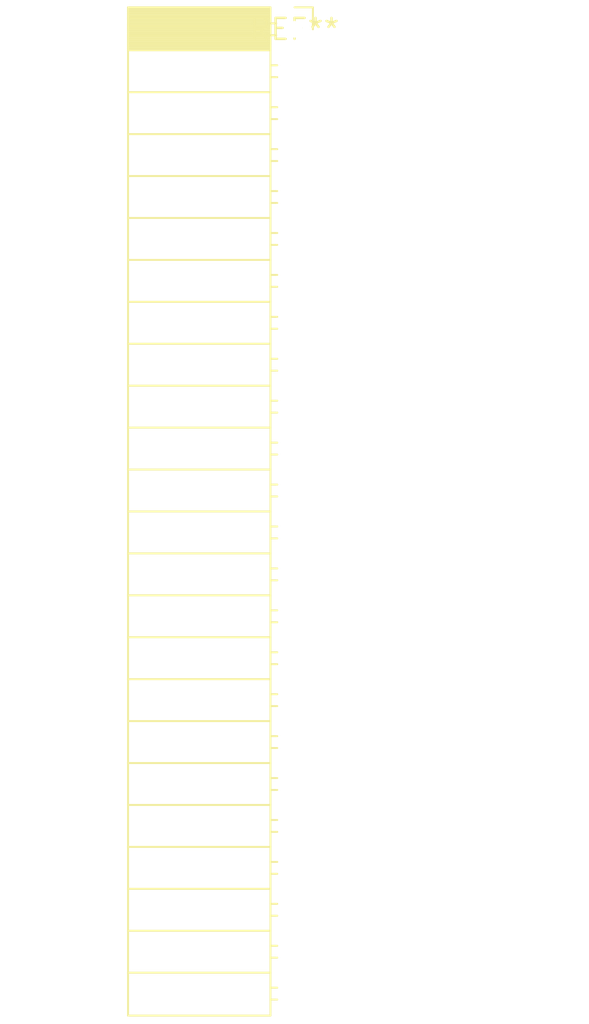
<source format=kicad_pcb>
(kicad_pcb (version 20240108) (generator pcbnew)
  (layers (0 "F.Cu" signal) (31 "B.Cu" signal) (34 "B.Paste" user) (35 "F.Paste" user) (36 "B.SilkS" user "B.Silkscreen") (37 "F.SilkS" user "F.Silkscreen") (38 "B.Mask" user) (39 "F.Mask" user) (44 "Edge.Cuts" user))
  (net 0 "")
  (footprint "PinSocket_1x24_P2.54mm_Horizontal" (layer "F.Cu") (at 0 0)
    (property "Reference" "REF**")
    (property "Value" "PinSocket_1x24_P2.54mm_Horizontal")
    (fp_line (start -10.09 -1.33) (end -10.09 59.75) (layer "F.SilkS") (stroke (width 0.12)))
    (fp_line (start -10.09 -1.33) (end -1.46 -1.33) (layer "F.SilkS") (stroke (width 0.12)))
    (fp_line (start -10.09 -1.21) (end -1.46 -1.21) (layer "F.SilkS") (stroke (width 0.12)))
    (fp_line (start -10.09 -1.091905) (end -1.46 -1.091905) (layer "F.SilkS") (stroke (width 0.12)))
    (fp_line (start -10.09 -0.97381) (end -1.46 -0.97381) (layer "F.SilkS") (stroke (width 0.12)))
    (fp_line (start -10.09 -0.855715) (end -1.46 -0.855715) (layer "F.SilkS") (stroke (width 0.12)))
    (fp_line (start -10.09 -0.73762) (end -1.46 -0.73762) (layer "F.SilkS") (stroke (width 0.12)))
    (fp_line (start -10.09 -0.619525) (end -1.46 -0.619525) (layer "F.SilkS") (stroke (width 0.12)))
    (fp_line (start -10.09 -0.50143) (end -1.46 -0.50143) (layer "F.SilkS") (stroke (width 0.12)))
    (fp_line (start -10.09 -0.383335) (end -1.46 -0.383335) (layer "F.SilkS") (stroke (width 0.12)))
    (fp_line (start -10.09 -0.26524) (end -1.46 -0.26524) (layer "F.SilkS") (stroke (width 0.12)))
    (fp_line (start -10.09 -0.147145) (end -1.46 -0.147145) (layer "F.SilkS") (stroke (width 0.12)))
    (fp_line (start -10.09 -0.02905) (end -1.46 -0.02905) (layer "F.SilkS") (stroke (width 0.12)))
    (fp_line (start -10.09 0.089045) (end -1.46 0.089045) (layer "F.SilkS") (stroke (width 0.12)))
    (fp_line (start -10.09 0.20714) (end -1.46 0.20714) (layer "F.SilkS") (stroke (width 0.12)))
    (fp_line (start -10.09 0.325235) (end -1.46 0.325235) (layer "F.SilkS") (stroke (width 0.12)))
    (fp_line (start -10.09 0.44333) (end -1.46 0.44333) (layer "F.SilkS") (stroke (width 0.12)))
    (fp_line (start -10.09 0.561425) (end -1.46 0.561425) (layer "F.SilkS") (stroke (width 0.12)))
    (fp_line (start -10.09 0.67952) (end -1.46 0.67952) (layer "F.SilkS") (stroke (width 0.12)))
    (fp_line (start -10.09 0.797615) (end -1.46 0.797615) (layer "F.SilkS") (stroke (width 0.12)))
    (fp_line (start -10.09 0.91571) (end -1.46 0.91571) (layer "F.SilkS") (stroke (width 0.12)))
    (fp_line (start -10.09 1.033805) (end -1.46 1.033805) (layer "F.SilkS") (stroke (width 0.12)))
    (fp_line (start -10.09 1.1519) (end -1.46 1.1519) (layer "F.SilkS") (stroke (width 0.12)))
    (fp_line (start -10.09 1.27) (end -1.46 1.27) (layer "F.SilkS") (stroke (width 0.12)))
    (fp_line (start -10.09 3.81) (end -1.46 3.81) (layer "F.SilkS") (stroke (width 0.12)))
    (fp_line (start -10.09 6.35) (end -1.46 6.35) (layer "F.SilkS") (stroke (width 0.12)))
    (fp_line (start -10.09 8.89) (end -1.46 8.89) (layer "F.SilkS") (stroke (width 0.12)))
    (fp_line (start -10.09 11.43) (end -1.46 11.43) (layer "F.SilkS") (stroke (width 0.12)))
    (fp_line (start -10.09 13.97) (end -1.46 13.97) (layer "F.SilkS") (stroke (width 0.12)))
    (fp_line (start -10.09 16.51) (end -1.46 16.51) (layer "F.SilkS") (stroke (width 0.12)))
    (fp_line (start -10.09 19.05) (end -1.46 19.05) (layer "F.SilkS") (stroke (width 0.12)))
    (fp_line (start -10.09 21.59) (end -1.46 21.59) (layer "F.SilkS") (stroke (width 0.12)))
    (fp_line (start -10.09 24.13) (end -1.46 24.13) (layer "F.SilkS") (stroke (width 0.12)))
    (fp_line (start -10.09 26.67) (end -1.46 26.67) (layer "F.SilkS") (stroke (width 0.12)))
    (fp_line (start -10.09 29.21) (end -1.46 29.21) (layer "F.SilkS") (stroke (width 0.12)))
    (fp_line (start -10.09 31.75) (end -1.46 31.75) (layer "F.SilkS") (stroke (width 0.12)))
    (fp_line (start -10.09 34.29) (end -1.46 34.29) (layer "F.SilkS") (stroke (width 0.12)))
    (fp_line (start -10.09 36.83) (end -1.46 36.83) (layer "F.SilkS") (stroke (width 0.12)))
    (fp_line (start -10.09 39.37) (end -1.46 39.37) (layer "F.SilkS") (stroke (width 0.12)))
    (fp_line (start -10.09 41.91) (end -1.46 41.91) (layer "F.SilkS") (stroke (width 0.12)))
    (fp_line (start -10.09 44.45) (end -1.46 44.45) (layer "F.SilkS") (stroke (width 0.12)))
    (fp_line (start -10.09 46.99) (end -1.46 46.99) (layer "F.SilkS") (stroke (width 0.12)))
    (fp_line (start -10.09 49.53) (end -1.46 49.53) (layer "F.SilkS") (stroke (width 0.12)))
    (fp_line (start -10.09 52.07) (end -1.46 52.07) (layer "F.SilkS") (stroke (width 0.12)))
    (fp_line (start -10.09 54.61) (end -1.46 54.61) (layer "F.SilkS") (stroke (width 0.12)))
    (fp_line (start -10.09 57.15) (end -1.46 57.15) (layer "F.SilkS") (stroke (width 0.12)))
    (fp_line (start -10.09 59.75) (end -1.46 59.75) (layer "F.SilkS") (stroke (width 0.12)))
    (fp_line (start -1.46 -1.33) (end -1.46 59.75) (layer "F.SilkS") (stroke (width 0.12)))
    (fp_line (start -1.46 -0.36) (end -1.11 -0.36) (layer "F.SilkS") (stroke (width 0.12)))
    (fp_line (start -1.46 0.36) (end -1.11 0.36) (layer "F.SilkS") (stroke (width 0.12)))
    (fp_line (start -1.46 2.18) (end -1.05 2.18) (layer "F.SilkS") (stroke (width 0.12)))
    (fp_line (start -1.46 2.9) (end -1.05 2.9) (layer "F.SilkS") (stroke (width 0.12)))
    (fp_line (start -1.46 4.72) (end -1.05 4.72) (layer "F.SilkS") (stroke (width 0.12)))
    (fp_line (start -1.46 5.44) (end -1.05 5.44) (layer "F.SilkS") (stroke (width 0.12)))
    (fp_line (start -1.46 7.26) (end -1.05 7.26) (layer "F.SilkS") (stroke (width 0.12)))
    (fp_line (start -1.46 7.98) (end -1.05 7.98) (layer "F.SilkS") (stroke (width 0.12)))
    (fp_line (start -1.46 9.8) (end -1.05 9.8) (layer "F.SilkS") (stroke (width 0.12)))
    (fp_line (start -1.46 10.52) (end -1.05 10.52) (layer "F.SilkS") (stroke (width 0.12)))
    (fp_line (start -1.46 12.34) (end -1.05 12.34) (layer "F.SilkS") (stroke (width 0.12)))
    (fp_line (start -1.46 13.06) (end -1.05 13.06) (layer "F.SilkS") (stroke (width 0.12)))
    (fp_line (start -1.46 14.88) (end -1.05 14.88) (layer "F.SilkS") (stroke (width 0.12)))
    (fp_line (start -1.46 15.6) (end -1.05 15.6) (layer "F.SilkS") (stroke (width 0.12)))
    (fp_line (start -1.46 17.42) (end -1.05 17.42) (layer "F.SilkS") (stroke (width 0.12)))
    (fp_line (start -1.46 18.14) (end -1.05 18.14) (layer "F.SilkS") (stroke (width 0.12)))
    (fp_line (start -1.46 19.96) (end -1.05 19.96) (layer "F.SilkS") (stroke (width 0.12)))
    (fp_line (start -1.46 20.68) (end -1.05 20.68) (layer "F.SilkS") (stroke (width 0.12)))
    (fp_line (start -1.46 22.5) (end -1.05 22.5) (layer "F.SilkS") (stroke (width 0.12)))
    (fp_line (start -1.46 23.22) (end -1.05 23.22) (layer "F.SilkS") (stroke (width 0.12)))
    (fp_line (start -1.46 25.04) (end -1.05 25.04) (layer "F.SilkS") (stroke (width 0.12)))
    (fp_line (start -1.46 25.76) (end -1.05 25.76) (layer "F.SilkS") (stroke (width 0.12)))
    (fp_line (start -1.46 27.58) (end -1.05 27.58) (layer "F.SilkS") (stroke (width 0.12)))
    (fp_line (start -1.46 28.3) (end -1.05 28.3) (layer "F.SilkS") (stroke (width 0.12)))
    (fp_line (start -1.46 30.12) (end -1.05 30.12) (layer "F.SilkS") (stroke (width 0.12)))
    (fp_line (start -1.46 30.84) (end -1.05 30.84) (layer "F.SilkS") (stroke (width 0.12)))
    (fp_line (start -1.46 32.66) (end -1.05 32.66) (layer "F.SilkS") (stroke (width 0.12)))
    (fp_line (start -1.46 33.38) (end -1.05 33.38) (layer "F.SilkS") (stroke (width 0.12)))
    (fp_line (start -1.46 35.2) (end -1.05 35.2) (layer "F.SilkS") (stroke (width 0.12)))
    (fp_line (start -1.46 35.92) (end -1.05 35.92) (layer "F.SilkS") (stroke (width 0.12)))
    (fp_line (start -1.46 37.74) (end -1.05 37.74) (layer "F.SilkS") (stroke (width 0.12)))
    (fp_line (start -1.46 38.46) (end -1.05 38.46) (layer "F.SilkS") (stroke (width 0.12)))
    (fp_line (start -1.46 40.28) (end -1.05 40.28) (layer "F.SilkS") (stroke (width 0.12)))
    (fp_line (start -1.46 41) (end -1.05 41) (layer "F.SilkS") (stroke (width 0.12)))
    (fp_line (start -1.46 42.82) (end -1.05 42.82) (layer "F.SilkS") (stroke (width 0.12)))
    (fp_line (start -1.46 43.54) (end -1.05 43.54) (layer "F.SilkS") (stroke (width 0.12)))
    (fp_line (start -1.46 45.36) (end -1.05 45.36) (layer "F.SilkS") (stroke (width 0.12)))
    (fp_line (start -1.46 46.08) (end -1.05 46.08) (layer "F.SilkS") (stroke (width 0.12)))
    (fp_line (start -1.46 47.9) (end -1.05 47.9) (layer "F.SilkS") (stroke (width 0.12)))
    (fp_line (start -1.46 48.62) (end -1.05 48.62) (layer "F.SilkS") (stroke (width 0.12)))
    (fp_line (start -1.46 50.44) (end -1.05 50.44) (layer "F.SilkS") (stroke (width 0.12)))
    (fp_line (start -1.46 51.16) (end -1.05 51.16) (layer "F.SilkS") (stroke (width 0.12)))
    (fp_line (start -1.46 52.98) (end -1.05 52.98) (layer "F.SilkS") (stroke (width 0.12)))
    (fp_line (start -1.46 53.7) (end -1.05 53.7) (layer "F.SilkS") (stroke (width 0.12)))
    (fp_line (start -1.46 55.52) (end -1.05 55.52) (layer "F.SilkS") (stroke (width 0.12)))
    (fp_line (start -1.46 56.24) (end -1.05 56.24) (layer "F.SilkS") (stroke (width 0.12)))
    (fp_line (start -1.46 58.06) (end -1.05 58.06) (layer "F.SilkS") (stroke (width 0.12)))
    (fp_line (start -1.46 58.78) (end -1.05 58.78) (layer "F.SilkS") (stroke (width 0.12)))
    (fp_line (start 0 -1.33) (end 1.11 -1.33) (layer "F.SilkS") (stroke (width 0.12)))
    (fp_line (start 1.11 -1.33) (end 1.11 0) (layer "F.SilkS") (stroke (width 0.12)))
    (pad "1" thru_hole rect (at 0 0) (size 1.7 1.7) (drill 1) (layers *.Cu *.Mask) (remove_unused_layers))
    (pad "2" thru_hole oval (at 0 2.54) (size 1.7 1.7) (drill 1) (layers *.Cu *.Mask) (remove_unused_layers))
    (pad "3" thru_hole oval (at 0 5.08) (size 1.7 1.7) (drill 1) (layers *.Cu *.Mask) (remove_unused_layers))
    (pad "4" thru_hole oval (at 0 7.62) (size 1.7 1.7) (drill 1) (layers *.Cu *.Mask) (remove_unused_layers))
    (pad "5" thru_hole oval (at 0 10.16) (size 1.7 1.7) (drill 1) (layers *.Cu *.Mask) (remove_unused_layers))
    (pad "6" thru_hole oval (at 0 12.7) (size 1.7 1.7) (drill 1) (layers *.Cu *.Mask) (remove_unused_layers))
    (pad "7" thru_hole oval (at 0 15.24) (size 1.7 1.7) (drill 1) (layers *.Cu *.Mask) (remove_unused_layers))
    (pad "8" thru_hole oval (at 0 17.78) (size 1.7 1.7) (drill 1) (layers *.Cu *.Mask) (remove_unused_layers))
    (pad "9" thru_hole oval (at 0 20.32) (size 1.7 1.7) (drill 1) (layers *.Cu *.Mask) (remove_unused_layers))
    (pad "10" thru_hole oval (at 0 22.86) (size 1.7 1.7) (drill 1) (layers *.Cu *.Mask) (remove_unused_layers))
    (pad "11" thru_hole oval (at 0 25.4) (size 1.7 1.7) (drill 1) (layers *.Cu *.Mask) (remove_unused_layers))
    (pad "12" thru_hole oval (at 0 27.94) (size 1.7 1.7) (drill 1) (layers *.Cu *.Mask) (remove_unused_layers))
    (pad "13" thru_hole oval (at 0 30.48) (size 1.7 1.7) (drill 1) (layers *.Cu *.Mask) (remove_unused_layers))
    (pad "14" thru_hole oval (at 0 33.02) (size 1.7 1.7) (drill 1) (layers *.Cu *.Mask) (remove_unused_layers))
    (pad "15" thru_hole oval (at 0 35.56) (size 1.7 1.7) (drill 1) (layers *.Cu *.Mask) (remove_unused_layers))
    (pad "16" thru_hole oval (at 0 38.1) (size 1.7 1.7) (drill 1) (layers *.Cu *.Mask) (remove_unused_layers))
    (pad "17" thru_hole oval (at 0 40.64) (size 1.7 1.7) (drill 1) (layers *.Cu *.Mask) (remove_unused_layers))
    (pad "18" thru_hole oval (at 0 43.18) (size 1.7 1.7) (drill 1) (layers *.Cu *.Mask) (remove_unused_layers))
    (pad "19" thru_hole oval (at 0 45.72) (size 1.7 1.7) (drill 1) (layers *.Cu *.Mask) (remove_unused_layers))
    (pad "20" thru_hole oval (at 0 48.26) (size 1.7 1.7) (drill 1) (layers *.Cu *.Mask) (remove_unused_layers))
    (pad "21" thru_hole oval (at 0 50.8) (size 1.7 1.7) (drill 1) (layers *.Cu *.Mask) (remove_unused_layers))
    (pad "22" thru_hole oval (at 0 53.34) (size 1.7 1.7) (drill 1) (layers *.Cu *.Mask) (remove_unused_layers))
    (pad "23" thru_hole oval (at 0 55.88) (size 1.7 1.7) (drill 1) (layers *.Cu *.Mask) (remove_unused_layers))
    (pad "24" thru_hole oval (at 0 58.42) (size 1.7 1.7) (drill 1) (layers *.Cu *.Mask) (remove_unused_layers))
  )
)
</source>
